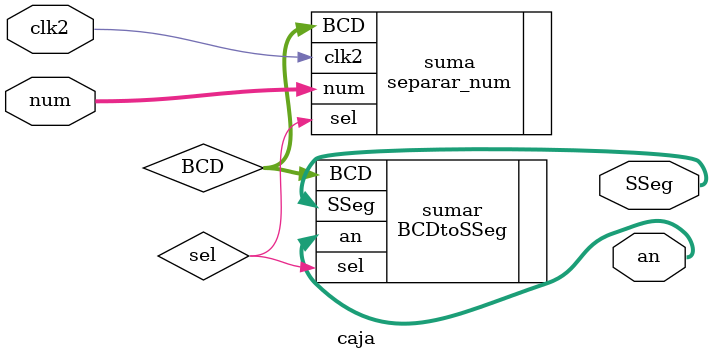
<source format=v>
module caja (
    input [5:0] num,
    input clk2,
    output [0:6] SSeg,
    output [3:0] an
);

  wire [3:0] BCD;

  // Instancia de módulo que separa el número en dígitos
  separar_num suma (
    .num(num),
    .clk2(clk2),
    .BCD(BCD),
    .sel(sel)
  );

  // Instancia del decodificador BCD a 7 segmentos
  BCDtoSSeg sumar (
    .BCD(BCD),
    .sel(sel),          // señal para multiplexación externa
    .SSeg(SSeg),
    .an(an)
  );

endmodule

</source>
